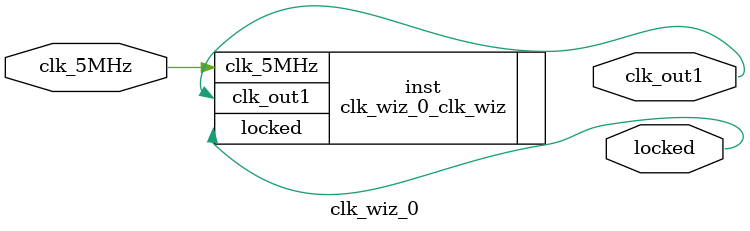
<source format=v>


`timescale 1ps/1ps

(* CORE_GENERATION_INFO = "clk_wiz_0,clk_wiz_v5_4_1_0,{component_name=clk_wiz_0,use_phase_alignment=true,use_min_o_jitter=false,use_max_i_jitter=false,use_dyn_phase_shift=false,use_inclk_switchover=false,use_dyn_reconfig=false,enable_axi=0,feedback_source=FDBK_AUTO,PRIMITIVE=MMCM,num_out_clk=1,clkin1_period=10.000,clkin2_period=10.000,use_power_down=false,use_reset=false,use_locked=true,use_inclk_stopped=false,feedback_type=SINGLE,CLOCK_MGR_TYPE=NA,manual_override=false}" *)

module clk_wiz_0 
 (
  // Clock out ports
  output        clk_out1,
  // Status and control signals
  output        locked,
 // Clock in ports
  input         clk_5MHz
 );

  clk_wiz_0_clk_wiz inst
  (
  // Clock out ports  
  .clk_out1(clk_out1),
  // Status and control signals               
  .locked(locked),
 // Clock in ports
  .clk_5MHz(clk_5MHz)
  );

endmodule

</source>
